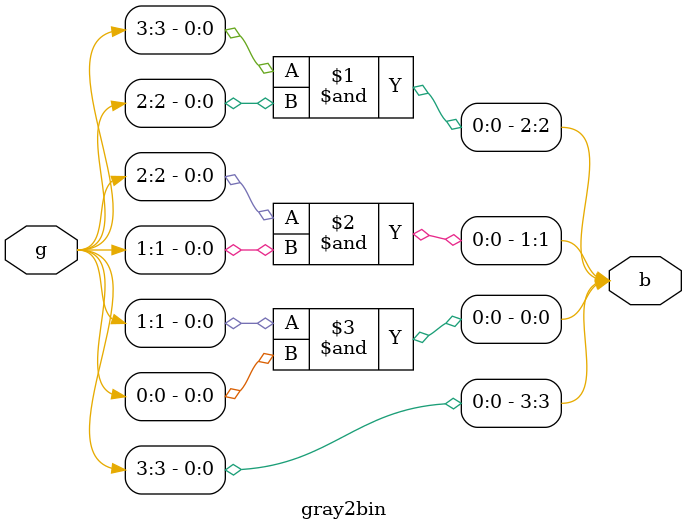
<source format=v>
`timescale 1ns / 1ps


module gray2bin(
input wire [3:0] g,
output wire [3:0] b
    );
    
    assign b[3] = g[3];
    assign b[2] = g[3] & g[2];
    assign b[1] = g[2] & g[1];
    assign b[0] = g[1] & g[0];
     
    
endmodule

</source>
